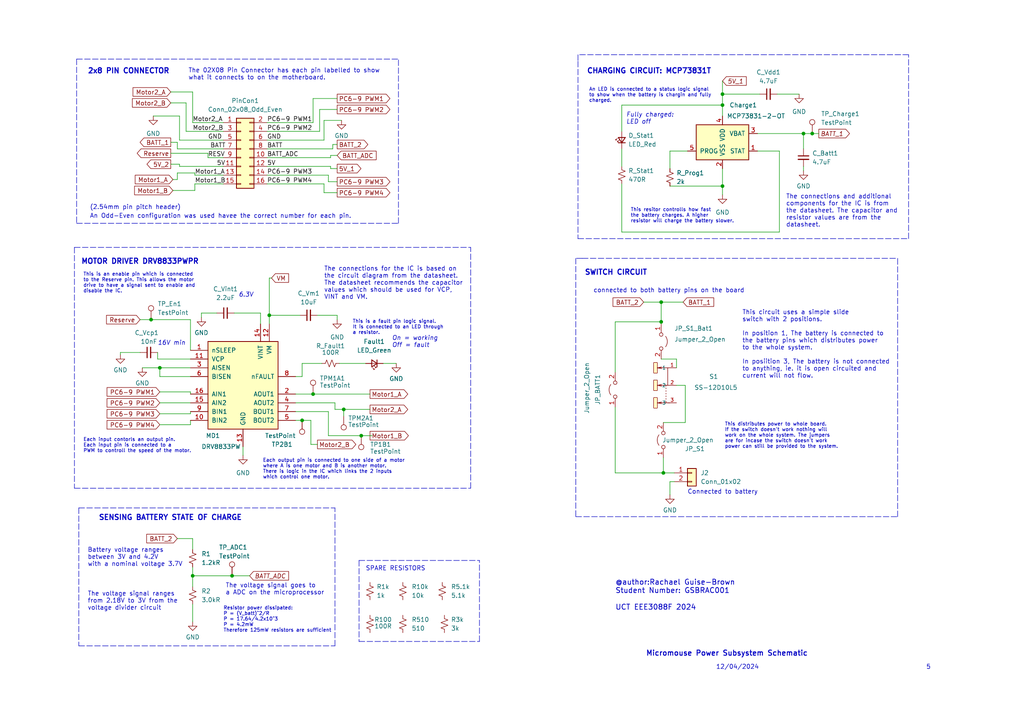
<source format=kicad_sch>
(kicad_sch (version 20211123) (generator eeschema)
  (paper "A4")
  (lib_symbols
    (symbol "Battery_Management:MCP73831-2-OT" (pin_names (offset 1.016))
      (property "Reference" "U" (at -7.62 6.35 0))
      (property "Value" "MCP73831-2-OT" (at 1.27 6.35 0))
      (symbol "MCP73831-2-OT_0_1"
        (rectangle (start -7.62 5.08) (end 7.62 -5.08) (stroke (width 0.254)) (fill (type background)))
      )
      (symbol "MCP73831-2-OT_1_1"
        (pin output line (at 10.16 -2.54 180) (length 2.54) (name "STAT") (number "1"))
        (pin power_in line (at 0 -7.62 90) (length 2.54) (name "VSS") (number "2"))
        (pin power_out line (at 10.16 2.54 180) (length 2.54) (name "VBAT") (number "3"))
        (pin power_in line (at 0 7.62 270) (length 2.54) (name "VDD") (number "4"))
        (pin input line (at -10.16 -2.54 0) (length 2.54) (name "PROG") (number "5"))
      )
    )
    (symbol "Connector:TestPoint" (pin_numbers hide) (pin_names (offset 0.762) hide)
      (property "Reference" "TP" (at 0 6.858 0))
      (property "Value" "TestPoint" (at 0 5.08 0))
      (symbol "TestPoint_0_1"
        (circle (center 0 3.302) (radius 0.762))
      )
      (symbol "TestPoint_1_1"
        (pin passive line (at 0 0 90) (length 2.54) (name "1") (number "1"))
      )
    )
    (symbol "Connector_Generic:Conn_01x02" (pin_names (offset 1.016) hide)
      (property "Reference" "J" (at 0 2.54 0))
      (property "Value" "Conn_01x02" (at 0 -5.08 0))
      (symbol "Conn_01x02_1_1"
        (rectangle (start -1.27 -2.413) (end 0 -2.667) (stroke (width 0.1524)))
        (rectangle (start -1.27 0.127) (end 0 -0.127) (stroke (width 0.1524)))
        (rectangle (start -1.27 1.27) (end 1.27 -3.81) (stroke (width 0.254)) (fill (type background)))
        (pin passive line (at -5.08 0 0) (length 3.81) (name "Pin_1") (number "1"))
        (pin passive line (at -5.08 -2.54 0) (length 3.81) (name "Pin_2") (number "2"))
      )
    )
    (symbol "Connector_Generic:Conn_02x08_Odd_Even" (pin_names (offset 1.016) hide)
      (property "Reference" "J" (at 1.27 10.16 0))
      (property "Value" "Conn_02x08_Odd_Even" (at 1.27 -12.7 0))
      (symbol "Conn_02x08_Odd_Even_1_1"
        (rectangle (start -1.27 -10.033) (end 0 -10.287) (stroke (width 0.1524)))
        (rectangle (start -1.27 -7.493) (end 0 -7.747) (stroke (width 0.1524)))
        (rectangle (start -1.27 -4.953) (end 0 -5.207) (stroke (width 0.1524)))
        (rectangle (start -1.27 -2.413) (end 0 -2.667) (stroke (width 0.1524)))
        (rectangle (start -1.27 0.127) (end 0 -0.127) (stroke (width 0.1524)))
        (rectangle (start -1.27 2.667) (end 0 2.413) (stroke (width 0.1524)))
        (rectangle (start -1.27 5.207) (end 0 4.953) (stroke (width 0.1524)))
        (rectangle (start -1.27 7.747) (end 0 7.493) (stroke (width 0.1524)))
        (rectangle (start -1.27 8.89) (end 3.81 -11.43) (stroke (width 0.254)) (fill (type background)))
        (rectangle (start 3.81 -10.033) (end 2.54 -10.287) (stroke (width 0.1524)))
        (rectangle (start 3.81 -7.493) (end 2.54 -7.747) (stroke (width 0.1524)))
        (rectangle (start 3.81 -4.953) (end 2.54 -5.207) (stroke (width 0.1524)))
        (rectangle (start 3.81 -2.413) (end 2.54 -2.667) (stroke (width 0.1524)))
        (rectangle (start 3.81 0.127) (end 2.54 -0.127) (stroke (width 0.1524)))
        (rectangle (start 3.81 2.667) (end 2.54 2.413) (stroke (width 0.1524)))
        (rectangle (start 3.81 5.207) (end 2.54 4.953) (stroke (width 0.1524)))
        (rectangle (start 3.81 7.747) (end 2.54 7.493) (stroke (width 0.1524)))
        (pin passive line (at -5.08 7.62 0) (length 3.81) (name "Pin_1") (number "1"))
        (pin passive line (at 7.62 -2.54 180) (length 3.81) (name "Pin_10") (number "10"))
        (pin passive line (at -5.08 -5.08 0) (length 3.81) (name "Pin_11") (number "11"))
        (pin passive line (at 7.62 -5.08 180) (length 3.81) (name "Pin_12") (number "12"))
        (pin passive line (at -5.08 -7.62 0) (length 3.81) (name "Pin_13") (number "13"))
        (pin passive line (at 7.62 -7.62 180) (length 3.81) (name "Pin_14") (number "14"))
        (pin passive line (at -5.08 -10.16 0) (length 3.81) (name "Pin_15") (number "15"))
        (pin passive line (at 7.62 -10.16 180) (length 3.81) (name "Pin_16") (number "16"))
        (pin passive line (at 7.62 7.62 180) (length 3.81) (name "Pin_2") (number "2"))
        (pin passive line (at -5.08 5.08 0) (length 3.81) (name "Pin_3") (number "3"))
        (pin passive line (at 7.62 5.08 180) (length 3.81) (name "Pin_4") (number "4"))
        (pin passive line (at -5.08 2.54 0) (length 3.81) (name "Pin_5") (number "5"))
        (pin passive line (at 7.62 2.54 180) (length 3.81) (name "Pin_6") (number "6"))
        (pin passive line (at -5.08 0 0) (length 3.81) (name "Pin_7") (number "7"))
        (pin passive line (at 7.62 0 180) (length 3.81) (name "Pin_8") (number "8"))
        (pin passive line (at -5.08 -2.54 0) (length 3.81) (name "Pin_9") (number "9"))
      )
    )
    (symbol "Device:C_Small" (pin_numbers hide) (pin_names (offset 0.254) hide)
      (property "Reference" "C" (at 0.254 1.778 0))
      (property "Value" "C_Small" (at 0.254 -2.032 0))
      (symbol "C_Small_0_1"
        (polyline (pts (xy -1.524 -0.508) (xy 1.524 -0.508)) (stroke (width 0.3302)))
        (polyline (pts (xy -1.524 0.508) (xy 1.524 0.508)) (stroke (width 0.3048)))
      )
      (symbol "C_Small_1_1"
        (pin passive line (at 0 2.54 270) (length 2.032) (name "~") (number "1"))
        (pin passive line (at 0 -2.54 90) (length 2.032) (name "~") (number "2"))
      )
    )
    (symbol "Device:LED_Small" (pin_numbers hide) (pin_names (offset 0.254) hide)
      (property "Reference" "D" (at -1.27 3.175 0))
      (property "Value" "LED_Small" (at -4.445 -2.54 0))
      (symbol "LED_Small_0_1"
        (polyline (pts (xy -0.762 -1.016) (xy -0.762 1.016)) (stroke (width 0.254)))
        (polyline (pts (xy 1.016 0) (xy -0.762 0)))
        (polyline (pts (xy 0.762 -1.016) (xy -0.762 0) (xy 0.762 1.016) (xy 0.762 -1.016)) (stroke (width 0.254)))
        (polyline (pts (xy 0 0.762) (xy -0.508 1.27) (xy -0.254 1.27) (xy -0.508 1.27) (xy -0.508 1.016)))
        (polyline (pts (xy 0.508 1.27) (xy 0 1.778) (xy 0.254 1.778) (xy 0 1.778) (xy 0 1.524)))
      )
      (symbol "LED_Small_1_1"
        (pin passive line (at -2.54 0 0) (length 1.778) (name "K") (number "1"))
        (pin passive line (at 2.54 0 180) (length 1.778) (name "A") (number "2"))
      )
    )
    (symbol "Device:R_Small_US" (pin_numbers hide) (pin_names (offset 0.254) hide)
      (property "Reference" "R" (at 0.762 0.508 0))
      (property "Value" "R_Small_US" (at 0.762 -1.016 0))
      (symbol "R_Small_US_1_1"
        (polyline (pts (xy 0 0) (xy 1.016 -0.381) (xy 0 -0.762) (xy -1.016 -1.143) (xy 0 -1.524)))
        (polyline (pts (xy 0 1.524) (xy 1.016 1.143) (xy 0 0.762) (xy -1.016 0.381) (xy 0 0)))
        (pin passive line (at 0 2.54 270) (length 1.016) (name "~") (number "1"))
        (pin passive line (at 0 -2.54 90) (length 1.016) (name "~") (number "2"))
      )
    )
    (symbol "Driver_Motor:DRV8833PW" (pin_names (offset 1.016))
      (property "Reference" "U" (at -3.81 16.51 0))
      (property "Value" "DRV8833PW" (at -3.81 13.97 0))
      (symbol "DRV8833PW_0_1"
        (rectangle (start -10.16 12.7) (end 10.16 -12.7) (stroke (width 0.254)) (fill (type background)))
      )
      (symbol "DRV8833PW_1_1"
        (pin input line (at -15.24 10.16 0) (length 5.08) (name "nSLEEP") (number "1"))
        (pin input line (at -15.24 -10.16 0) (length 5.08) (name "BIN2") (number "10"))
        (pin bidirectional line (at -15.24 7.62 0) (length 5.08) (name "VCP") (number "11"))
        (pin power_in line (at 7.62 17.78 270) (length 5.08) (name "VM") (number "12"))
        (pin power_in line (at 0 -17.78 90) (length 5.08) (name "GND") (number "13"))
        (pin power_in line (at 5.08 17.78 270) (length 5.08) (name "VINT") (number "14"))
        (pin input line (at -15.24 -5.08 0) (length 5.08) (name "AIN2") (number "15"))
        (pin input line (at -15.24 -2.54 0) (length 5.08) (name "AIN1") (number "16"))
        (pin power_out line (at 15.24 -2.54 180) (length 5.08) (name "AOUT1") (number "2"))
        (pin bidirectional line (at -15.24 5.08 0) (length 5.08) (name "AISEN") (number "3"))
        (pin power_out line (at 15.24 -5.08 180) (length 5.08) (name "AOUT2") (number "4"))
        (pin power_out line (at 15.24 -10.16 180) (length 5.08) (name "BOUT2") (number "5"))
        (pin bidirectional line (at -15.24 2.54 0) (length 5.08) (name "BISEN") (number "6"))
        (pin power_out line (at 15.24 -7.62 180) (length 5.08) (name "BOUT1") (number "7"))
        (pin open_collector line (at 15.24 2.54 180) (length 5.08) (name "nFAULT") (number "8"))
        (pin input line (at -15.24 -7.62 0) (length 5.08) (name "BIN1") (number "9"))
      )
    )
    (symbol "Jumper:Jumper_2_Open" (pin_names (offset 0) hide)
      (property "Reference" "JP" (at 0 2.794 0))
      (property "Value" "Jumper_2_Open" (at 0 -2.286 0))
      (symbol "Jumper_2_Open_0_0"
        (circle (center -2.032 0) (radius 0.508))
        (circle (center 2.032 0) (radius 0.508))
      )
      (symbol "Jumper_2_Open_0_1"
        (arc (start 1.524 1.27) (mid 0 1.778) (end -1.524 1.27))
      )
      (symbol "Jumper_2_Open_1_1"
        (pin passive line (at -5.08 0 0) (length 2.54) (name "A") (number "1"))
        (pin passive line (at 5.08 0 180) (length 2.54) (name "B") (number "2"))
      )
    )
    (symbol "SS-12D10L5:SS-12D10L5"
      (property "Reference" "U" (at 0 1.27 0))
      (property "Value" "SS-12D10L5" (at 0 -2.54 0))
      (symbol "SS-12D10L5_0_1"
        (rectangle (start -6.604 -3.048) (end -3.556 -4.064) (fill (type background)))
        (rectangle (start -1.524 -3.048) (end 1.524 -4.064) (fill (type background)))
        (polyline (pts (xy -5.08 -3.048) (xy -5.334 -1.778)))
        (polyline (pts (xy -5.08 -3.048) (xy -4.826 -1.778)))
        (polyline (pts (xy 0 -3.048) (xy -0.254 -1.778)))
        (polyline (pts (xy 0 -3.048) (xy 0.254 -1.778)))
        (polyline (pts (xy 0 0) (xy 0 -1.27)))
        (polyline (pts (xy 0.762 -0.508) (xy 1.016 -0.508)))
        (polyline (pts (xy 1.524 -0.508) (xy 1.778 -0.508)))
        (polyline (pts (xy 2.286 -0.508) (xy 2.54 -0.508)))
        (polyline (pts (xy 3.048 -0.508) (xy 3.302 -0.508)))
        (polyline (pts (xy 3.81 -0.508) (xy 4.064 -0.508)))
        (polyline (pts (xy 4.572 -0.508) (xy 4.826 -0.508)))
        (polyline (pts (xy 5.08 -3.048) (xy 4.826 -1.778)))
        (polyline (pts (xy 5.08 -3.048) (xy 5.334 -1.778)))
        (polyline (pts (xy 5.08 0.635) (xy 5.08 -0.635)))
        (polyline (pts (xy 0 -2.54) (xy 0 -0.508) (xy 0.254 -0.508)))
        (polyline (pts (xy 4.826 -0.508) (xy 5.08 -0.508) (xy 5.08 -2.54)))
        (polyline (pts (xy -5.08 -3.048) (xy -5.08 0) (xy -2.54 0) (xy 0 0)))
        (rectangle (start 3.556 -3.048) (end 6.604 -4.064) (fill (type background)))
        (pin unspecified line (at -5.08 2.54 270) (length 2.54) (name "1") (number "1"))
        (pin unspecified line (at 0 2.54 270) (length 2.54) (name "2") (number "2"))
        (pin unspecified line (at 5.08 2.54 270) (length 2.54) (name "3") (number "3"))
      )
    )
    (symbol "power:GND" (power) (pin_names (offset 0))
      (property "Value" "GND" (at 0 -3.81 0))
      (symbol "GND_0_1"
        (polyline (pts (xy 0 0) (xy 0 -1.27) (xy 1.27 -1.27) (xy 0 -2.54) (xy -1.27 -1.27) (xy 0 -1.27)))
      )
      (symbol "GND_1_1"
        (pin power_in line (at 0 0 270) (length 0) hide (name "GND") (number "1"))
      )
    )
  )
  (junction (at 192.405 137.16))
  (junction (at 209.55 53.975))
  (junction (at 46.355 106.68))
  (junction (at 67.31 167.005))
  (junction (at 104.775 126.365))
  (junction (at 43.815 92.71))
  (junction (at 87.63 121.92))
  (junction (at 191.77 93.345))
  (junction (at 233.045 38.735))
  (junction (at 90.805 114.3))
  (junction (at 55.88 167.005))
  (junction (at 209.55 30.48))
  (junction (at 191.77 87.63))
  (junction (at 209.55 27.305))
  (junction (at 235.585 38.735))
  (junction (at 78.105 91.44))
  (junction (at 99.695 118.745))
  (wire (pts (xy 56.515 53.34) (xy 64.77 53.34)))
  (wire (pts (xy 194.31 139.7) (xy 195.58 139.7)))
  (wire (pts (xy 97.155 118.745) (xy 99.695 118.745)))
  (wire (pts (xy 209.55 48.895) (xy 209.55 53.975)))
  (polyline (pts (xy 167.005 74.93) (xy 167.005 149.86)))
  (wire (pts (xy 209.55 23.495) (xy 209.55 27.305)))
  (wire (pts (xy 53.975 29.845) (xy 49.53 29.845)))
  (wire (pts (xy 55.245 92.71) (xy 43.815 92.71)))
  (wire (pts (xy 87.63 105.41) (xy 87.63 109.22)))
  (wire (pts (xy 95.25 52.705) (xy 97.79 52.705)))
  (wire (pts (xy 55.88 175.26) (xy 55.88 180.34)))
  (wire (pts (xy 51.435 43.18) (xy 64.77 43.18)))
  (wire (pts (xy 92.71 31.75) (xy 97.79 31.75)))
  (polyline (pts (xy 22.86 187.325) (xy 97.155 187.325)))
  (wire (pts (xy 55.88 156.21) (xy 51.435 156.21)))
  (wire (pts (xy 50.165 55.245) (xy 56.515 55.245)))
  (wire (pts (xy 194.31 143.51) (xy 194.31 139.7)))
  (wire (pts (xy 55.88 26.67) (xy 55.88 35.56)))
  (wire (pts (xy 99.695 118.745) (xy 99.695 120.65)))
  (polyline (pts (xy 168.91 74.93) (xy 167.005 74.93)))
  (wire (pts (xy 55.245 109.22) (xy 46.355 109.22)))
  (wire (pts (xy 77.47 40.64) (xy 93.98 40.64)))
  (wire (pts (xy 78.105 91.44) (xy 78.105 93.98)))
  (wire (pts (xy 233.045 43.18) (xy 233.045 38.735)))
  (wire (pts (xy 53.975 38.1) (xy 53.975 29.845)))
  (wire (pts (xy 85.725 114.3) (xy 90.805 114.3)))
  (wire (pts (xy 209.55 30.48) (xy 209.55 33.655)))
  (wire (pts (xy 90.17 128.905) (xy 92.075 128.905)))
  (wire (pts (xy 87.63 121.92) (xy 90.17 121.92)))
  (wire (pts (xy 192.405 132.715) (xy 192.405 137.16)))
  (wire (pts (xy 194.31 53.975) (xy 209.55 53.975)))
  (polyline (pts (xy 167.64 69.215) (xy 263.525 69.215)))
  (wire (pts (xy 46.355 120.015) (xy 55.245 120.015)))
  (wire (pts (xy 77.47 53.34) (xy 93.98 53.34)))
  (wire (pts (xy 87.63 109.22) (xy 85.725 109.22)))
  (wire (pts (xy 93.98 53.34) (xy 93.98 55.88)))
  (wire (pts (xy 95.885 48.26) (xy 95.885 48.895)))
  (wire (pts (xy 51.435 43.18) (xy 51.435 41.275)))
  (wire (pts (xy 219.71 43.815) (xy 226.06 43.815)))
  (wire (pts (xy 93.98 34.925) (xy 99.06 34.925)))
  (wire (pts (xy 56.515 53.34) (xy 56.515 55.245)))
  (wire (pts (xy 34.925 102.235) (xy 34.925 102.87)))
  (wire (pts (xy 235.585 38.735) (xy 237.49 38.735)))
  (wire (pts (xy 180.34 38.1) (xy 180.34 30.48)))
  (wire (pts (xy 78.105 91.44) (xy 78.105 80.645)))
  (wire (pts (xy 85.725 116.84) (xy 97.155 116.84)))
  (wire (pts (xy 95.25 126.365) (xy 95.25 119.38)))
  (wire (pts (xy 58.42 90.805) (xy 58.42 92.075)))
  (polyline (pts (xy 22.225 17.145) (xy 22.225 64.77)))
  (wire (pts (xy 41.275 106.68) (xy 46.355 106.68)))
  (polyline (pts (xy 263.525 69.215) (xy 263.525 15.875)))
  (wire (pts (xy 93.98 40.64) (xy 93.98 34.925)))
  (wire (pts (xy 78.105 91.44) (xy 86.995 91.44)))
  (wire (pts (xy 56.515 50.8) (xy 64.77 50.8)))
  (wire (pts (xy 226.06 43.815) (xy 226.06 67.31)))
  (polyline (pts (xy 22.225 17.145) (xy 115.57 17.145)))
  (wire (pts (xy 198.755 111.76) (xy 198.755 122.555)))
  (wire (pts (xy 55.88 167.005) (xy 67.31 167.005)))
  (wire (pts (xy 55.88 167.005) (xy 55.88 170.18)))
  (wire (pts (xy 75.565 93.98) (xy 75.565 90.805)))
  (wire (pts (xy 40.64 102.235) (xy 34.925 102.235)))
  (wire (pts (xy 99.695 118.745) (xy 107.315 118.745)))
  (wire (pts (xy 55.88 26.67) (xy 49.53 26.67)))
  (wire (pts (xy 233.045 38.735) (xy 235.585 38.735)))
  (wire (pts (xy 46.355 106.68) (xy 46.355 109.22)))
  (wire (pts (xy 77.47 48.26) (xy 95.885 48.26)))
  (wire (pts (xy 191.77 87.63) (xy 191.77 93.345)))
  (wire (pts (xy 226.06 67.31) (xy 180.34 67.31)))
  (polyline (pts (xy 167.64 15.875) (xy 167.64 17.78)))
  (wire (pts (xy 192.405 137.16) (xy 195.58 137.16)))
  (wire (pts (xy 186.69 87.63) (xy 191.77 87.63)))
  (wire (pts (xy 45.72 104.14) (xy 45.72 102.235)))
  (wire (pts (xy 55.245 104.14) (xy 45.72 104.14)))
  (wire (pts (xy 196.215 104.14) (xy 196.215 106.68)))
  (wire (pts (xy 178.435 93.345) (xy 191.77 93.345)))
  (wire (pts (xy 56.515 50.165) (xy 51.435 50.165)))
  (polyline (pts (xy 167.005 149.86) (xy 260.35 149.86)))
  (wire (pts (xy 55.88 164.465) (xy 55.88 167.005)))
  (polyline (pts (xy 22.86 147.32) (xy 97.155 147.32)))
  (wire (pts (xy 52.07 48.26) (xy 64.77 48.26)))
  (wire (pts (xy 90.805 35.56) (xy 90.805 28.575)))
  (wire (pts (xy 95.885 45.72) (xy 95.885 45.085)))
  (wire (pts (xy 78.105 80.645) (xy 78.74 80.645)))
  (wire (pts (xy 198.755 111.76) (xy 196.215 111.76)))
  (wire (pts (xy 52.07 48.26) (xy 52.07 47.625)))
  (polyline (pts (xy 21.59 71.755) (xy 21.59 141.605)))
  (wire (pts (xy 46.355 106.68) (xy 55.245 106.68)))
  (wire (pts (xy 178.435 137.16) (xy 192.405 137.16)))
  (wire (pts (xy 52.07 33.655) (xy 44.45 33.655)))
  (wire (pts (xy 46.355 116.84) (xy 55.245 116.84)))
  (wire (pts (xy 77.47 45.72) (xy 95.885 45.72)))
  (wire (pts (xy 219.71 38.735) (xy 233.045 38.735)))
  (wire (pts (xy 75.565 90.805) (xy 67.945 90.805)))
  (wire (pts (xy 51.435 52.07) (xy 50.165 52.07)))
  (wire (pts (xy 90.805 114.3) (xy 107.315 114.3)))
  (wire (pts (xy 67.31 167.005) (xy 72.39 167.005)))
  (wire (pts (xy 180.34 30.48) (xy 209.55 30.48)))
  (wire (pts (xy 180.34 43.18) (xy 180.34 48.26)))
  (wire (pts (xy 55.88 35.56) (xy 64.77 35.56)))
  (wire (pts (xy 77.47 43.18) (xy 96.52 43.18)))
  (wire (pts (xy 209.55 27.305) (xy 220.345 27.305)))
  (wire (pts (xy 90.805 28.575) (xy 97.79 28.575)))
  (wire (pts (xy 194.31 43.815) (xy 194.31 48.895)))
  (wire (pts (xy 180.34 67.31) (xy 180.34 53.34)))
  (wire (pts (xy 43.815 92.71) (xy 40.64 92.71)))
  (wire (pts (xy 60.325 44.45) (xy 60.325 45.72)))
  (wire (pts (xy 46.355 123.19) (xy 55.245 123.19)))
  (wire (pts (xy 111.125 105.41) (xy 114.935 105.41)))
  (wire (pts (xy 97.79 91.44) (xy 97.79 92.71)))
  (wire (pts (xy 46.355 113.665) (xy 55.245 113.665)))
  (wire (pts (xy 60.325 45.72) (xy 64.77 45.72)))
  (wire (pts (xy 233.045 48.26) (xy 233.045 49.53)))
  (wire (pts (xy 96.52 43.18) (xy 96.52 41.91)))
  (wire (pts (xy 209.55 27.305) (xy 209.55 30.48)))
  (wire (pts (xy 225.425 27.305) (xy 231.775 27.305)))
  (wire (pts (xy 51.435 50.165) (xy 51.435 52.07)))
  (wire (pts (xy 55.88 159.385) (xy 55.88 156.21)))
  (wire (pts (xy 191.77 87.63) (xy 198.12 87.63)))
  (wire (pts (xy 191.77 93.345) (xy 191.77 93.98)))
  (wire (pts (xy 55.245 113.665) (xy 55.245 114.3)))
  (polyline (pts (xy 104.14 162.56) (xy 139.065 162.56)))
  (wire (pts (xy 191.77 104.14) (xy 196.215 104.14)))
  (polyline (pts (xy 263.525 15.875) (xy 167.64 15.875)))
  (wire (pts (xy 77.47 50.8) (xy 95.25 50.8)))
  (wire (pts (xy 52.07 47.625) (xy 49.53 47.625)))
  (wire (pts (xy 85.725 121.92) (xy 87.63 121.92)))
  (polyline (pts (xy 21.59 71.755) (xy 136.525 71.755)))
  (wire (pts (xy 96.52 41.91) (xy 97.79 41.91)))
  (wire (pts (xy 104.775 126.365) (xy 107.95 126.365)))
  (wire (pts (xy 53.975 38.1) (xy 64.77 38.1)))
  (polyline (pts (xy 168.91 74.93) (xy 260.35 74.93)))
  (wire (pts (xy 90.17 121.92) (xy 90.17 128.905)))
  (polyline (pts (xy 21.59 141.605) (xy 136.525 141.605)))
  (wire (pts (xy 178.435 118.11) (xy 178.435 137.16)))
  (wire (pts (xy 178.435 107.95) (xy 178.435 93.345)))
  (polyline (pts (xy 115.57 64.77) (xy 115.57 17.145)))
  (wire (pts (xy 95.885 48.895) (xy 97.79 48.895)))
  (wire (pts (xy 77.47 35.56) (xy 90.805 35.56)))
  (polyline (pts (xy 104.14 186.055) (xy 139.065 186.055)))
  (wire (pts (xy 95.25 50.8) (xy 95.25 52.705)))
  (wire (pts (xy 51.435 41.275) (xy 49.53 41.275)))
  (wire (pts (xy 95.885 45.085) (xy 97.79 45.085)))
  (wire (pts (xy 52.07 40.64) (xy 52.07 33.655)))
  (wire (pts (xy 77.47 38.1) (xy 92.71 38.1)))
  (wire (pts (xy 55.245 92.71) (xy 55.245 101.6)))
  (wire (pts (xy 49.53 44.45) (xy 60.325 44.45)))
  (wire (pts (xy 209.55 53.975) (xy 209.55 56.515)))
  (wire (pts (xy 92.075 91.44) (xy 97.79 91.44)))
  (wire (pts (xy 97.155 116.84) (xy 97.155 118.745)))
  (wire (pts (xy 55.245 123.19) (xy 55.245 121.92)))
  (wire (pts (xy 198.755 122.555) (xy 192.405 122.555)))
  (wire (pts (xy 93.98 55.88) (xy 97.79 55.88)))
  (wire (pts (xy 92.71 38.1) (xy 92.71 31.75)))
  (polyline (pts (xy 22.86 147.32) (xy 22.86 187.325)))
  (wire (pts (xy 199.39 43.815) (xy 194.31 43.815)))
  (polyline (pts (xy 22.225 64.77) (xy 115.57 64.77)))
  (polyline (pts (xy 136.525 141.605) (xy 136.525 71.755)))
  (wire (pts (xy 104.775 126.365) (xy 95.25 126.365)))
  (wire (pts (xy 52.07 40.64) (xy 64.77 40.64)))
  (wire (pts (xy 106.045 105.41) (xy 98.425 105.41)))
  (wire (pts (xy 93.345 105.41) (xy 87.63 105.41)))
  (polyline (pts (xy 104.14 162.56) (xy 104.14 186.055)))
  (wire (pts (xy 55.245 120.015) (xy 55.245 119.38)))
  (polyline (pts (xy 167.64 17.78) (xy 167.64 69.215)))
  (polyline (pts (xy 97.155 187.325) (xy 97.155 147.32)))
  (polyline (pts (xy 260.35 149.86) (xy 260.35 74.93)))
  (wire (pts (xy 95.25 119.38) (xy 85.725 119.38)))
  (polyline (pts (xy 139.065 186.055) (xy 139.065 162.56)))
  (wire (pts (xy 62.865 90.805) (xy 58.42 90.805)))
  (wire (pts (xy 56.515 50.165) (xy 56.515 50.8)))
  (wire (pts (xy 70.485 129.54) (xy 70.485 132.08)))
  (text "Connected to battery\n" (at 199.39 143.51 0) (effects (font (size 1.27 1.27)) (justify left bottom)))
  (text "An LED is connected to a status logic signal \nto show when the battery is chargin and fully \ncharged." (at 170.815 29.845 0) (effects (font (size 1 1)) (justify left bottom)))
  (text "12/04/2024" (at 207.645 194.31 0) (effects (font (size 1.27 1.27)) (justify left bottom)))
  (text "The connections and additional \ncomponents for the IC is from \nthe datasheet. The capacitor and \nresistor values are from the \ndatasheet." (at 227.965 66.04 0) (effects (font (size 1.27 1.27)) (justify left bottom)))
  (text "This is a fault pin logic signal. \nIt is connected to an LED through \na resistor." (at 102.235 97.155 0) (effects (font (size 1 1)) (justify left bottom)))
  (text "The 02X08 Pin Connector has each pin labelled to show \nwhat it connects to on the motherboard. \n\n" (at 54.61 25.4 0) (effects (font (size 1.27 1.27)) (justify left bottom)))
  (text "SENSING BATTERY STATE OF CHARGE" (at 28.575 151.13 0) (effects (font (size 1.5 1.5) (thickness 0.3) bold) (justify left bottom)))
  (text "2x8 PIN CONNECTOR\n" (at 25.4 21.59 0) (effects (font (size 1.5 1.5) (thickness 0.3) bold) (justify left bottom)))
  (text "6.3V\n" (at 69.215 86.36 0) (effects (font (size 1.27 1.27) italic) (justify left bottom)))
  (text "Micromouse Power Subsystem Schematic" (at 187.325 190.5 0) (effects (font (size 1.5 1.5) (thickness 0.254) bold) (justify left bottom)))
  (text "@author:Rachael Guise-Brown \nStudent Number: GSBRAC001\n\nUCT EEE3088F 2024\n" (at 178.435 177.165 0) (effects (font (size 1.5 1.5) (thickness 0.2) bold) (justify left bottom)))
  (text "Fully charged: \nLED off\n" (at 181.61 36.195 0) (effects (font (size 1.27 1.27) italic) (justify left bottom)))
  (text "This circuit uses a simple slide \nswitch with 2 positions.\n\nIn position 1, The battery is connected to \nthe battery pins which distributes power \nto the whole system.\n\nIn posiition 3, The battery is not connected \nto anything, ie. it is open circuited and \ncurrent will not flow." (at 215.265 109.855 0) (effects (font (size 1.27 1.27)) (justify left bottom)))
  (text "This distributes power to whole board. \nIf the switch doesn't work nothing will \nwork on the whole system. The jumpers \nare for incase the switch doesn't work \npower can still be provided to the system." (at 210.185 130.175 0) (effects (font (size 1 1)) (justify left bottom)))
  (text "Each output pin is connected to one side of a motor\nwhere A is one motor and B is another motor.\nThere is logic in the IC which links the 2 inputs \nwhich control one motor.\n" (at 76.2 139.065 0) (effects (font (size 1 1)) (justify left bottom)))
  (text "CHARGING CIRCUIT: MCP73831T" (at 170.18 21.59 0) (effects (font (size 1.5 1.5) (thickness 0.3) bold) (justify left bottom)))
  (text "An Odd-Even configuration was used havee the correct number for each pin." (at 26.035 63.5 0) (effects (font (size 1.27 1.27)) (justify left bottom)))
  (text "Each input contorls an output pin. \nEach input pin is connected to a \nPWM to controll the speed of the motor." (at 24.13 131.445 0) (effects (font (size 1 1)) (justify left bottom)))
  (text "(2.54mm pin pitch header)" (at 26.035 60.96 0) (effects (font (size 1.27 1.27)) (justify left bottom)))
  (text "\n" (at 234.95 53.34 0) (effects (font (size 1.27 1.27)) (justify left bottom)))
  (text "This resitor controlls how fast \nthe battery charges. A higher \nresistor will charge the battery slower." (at 182.88 64.77 0) (effects (font (size 1 1)) (justify left bottom)))
  (text "On = working\nOff = fault\n" (at 113.665 100.965 0) (effects (font (size 1.27 1.27) italic) (justify left bottom)))
  (text "5" (at 268.605 194.31 0) (effects (font (size 1.27 1.27)) (justify left bottom)))
  (text "Resistor power dissipated:\nP = (V_batt)^2/R\nP = 17.64/4.2x10^3\nP = 4.2mW\nTherefore 125mW resistors are sufficient" (at 64.77 183.515 0) (effects (font (size 1 1)) (justify left bottom)))
  (text "Battery voltage ranges \nbetween 3V and 4.2V \nwith a nominal voltage 3.7V" (at 25.4 164.465 0) (effects (font (size 1.27 1.27)) (justify left bottom)))
  (text "This is an enable pin which is connected \nto the Reserve pin. This allows the motor \ndrive to have a signal sent to enable and \ndisable the IC." (at 24.13 85.09 0) (effects (font (size 1 1)) (justify left bottom)))
  (text "connected to both battery pins on the board\n" (at 172.085 85.09 0) (effects (font (size 1.27 1.27)) (justify left bottom)))
  (text "SWITCH CIRCUIT\n" (at 169.545 80.01 0) (effects (font (size 1.5 1.5) (thickness 0.3) bold) (justify left bottom)))
  (text "The voltage signal ranges \nfrom 2.18V to 3V from the \nvoltage divider circuit" (at 25.4 177.165 0) (effects (font (size 1.27 1.27)) (justify left bottom)))
  (text "16V min" (at 45.72 100.33 0) (effects (font (size 1.27 1.27) italic) (justify left bottom)))
  (text "The voltage signal goes to \na ADC on the microprocessor" (at 65.405 172.72 0) (effects (font (size 1.27 1.27)) (justify left bottom)))
  (text "MOTOR DRIVER DRV8833PWPR\n" (at 23.495 76.835 0) (effects (font (size 1.5 1.5) (thickness 0.3) bold) (justify left bottom)))
  (text "The connections for the IC is based on \nthe circuit diagram from the datasheet. \nThe datasheet recommends the capacitor \nvalues which should be used for VCP, \nVINT and VM.\n" (at 93.98 86.995 0) (effects (font (size 1.27 1.27)) (justify left bottom)))
  (text "SPARE RESISTORS" (at 106.045 165.735 0) (effects (font (size 1.27 1.27)) (justify left bottom)))
  (label "PC6-9 PWM3" (at 77.47 50.8 0))
  (label "5V" (at 62.865 48.26 0))
  (label "BATT" (at 77.47 43.18 0))
  (label "BATT_ADC" (at 77.47 45.72 0))
  (label "PC6-9 PWM1" (at 77.47 35.56 0))
  (label "5V" (at 77.47 48.26 0))
  (label "Motor1_B" (at 56.515 53.34 0))
  (label "Motor1_A" (at 56.515 50.8 0))
  (label "Motor2_A" (at 55.88 35.56 0))
  (label "PC6-9 PWM4" (at 77.47 53.34 0))
  (label "GND" (at 60.325 40.64 0))
  (label "PC6-9 PWM2" (at 77.47 38.1 0))
  (label "Motor2_B" (at 55.88 38.1 0))
  (label "RESV" (at 60.325 45.72 0))
  (label "GND" (at 77.47 40.64 0))
  (label "BATT" (at 60.96 43.18 0))
  (global_label "PC6-9 PWM4" (shape input) (at 46.355 123.19 180) (property "Intersheet References" "${INTERSHEET_REFS}" (effects hide)))
  (global_label "Reserve" (shape output) (at 49.53 44.45 180) (property "Intersheet References" "${INTERSHEET_REFS}" (effects hide)))
  (global_label "BATT_ADC" (shape input) (at 72.39 167.005 0) (effects (font italic)) (property "Intersheet References" "${INTERSHEET_REFS}" (effects hide)))
  (global_label "5V_1" (shape input) (at 209.55 23.495 0) (effects (font italic)) (property "Intersheet References" "${INTERSHEET_REFS}" (effects hide)))
  (global_label "BATT_2" (shape output) (at 97.79 41.91 0) (property "Intersheet References" "${INTERSHEET_REFS}" (effects hide)))
  (global_label "Motor1_A" (shape input) (at 50.165 52.07 180) (property "Intersheet References" "${INTERSHEET_REFS}" (effects hide)))
  (global_label "BATT_2" (shape input) (at 186.69 87.63 180) (property "Intersheet References" "${INTERSHEET_REFS}" (effects hide)))
  (global_label "PC6-9 PWM1" (shape output) (at 97.79 28.575 0) (property "Intersheet References" "${INTERSHEET_REFS}" (effects hide)))
  (global_label "BATT_2" (shape input) (at 51.435 156.21 180) (property "Intersheet References" "${INTERSHEET_REFS}" (effects hide)))
  (global_label "5V_1" (shape output) (at 97.79 48.895 0) (property "Intersheet References" "${INTERSHEET_REFS}" (effects hide)))
  (global_label "Motor1_A" (shape output) (at 107.315 114.3 0) (property "Intersheet References" "${INTERSHEET_REFS}" (effects hide)))
  (global_label "Motor2_B" (shape output) (at 92.075 128.905 0) (property "Intersheet References" "${INTERSHEET_REFS}" (effects hide)))
  (global_label "Motor1_B" (shape input) (at 50.165 55.245 180) (property "Intersheet References" "${INTERSHEET_REFS}" (effects hide)))
  (global_label "PC6-9 PWM4" (shape output) (at 97.79 55.88 0) (property "Intersheet References" "${INTERSHEET_REFS}" (effects hide)))
  (global_label "PC6-9 PWM1" (shape input) (at 46.355 113.665 180) (property "Intersheet References" "${INTERSHEET_REFS}" (effects hide)))
  (global_label "Motor2_A" (shape input) (at 49.53 26.67 180) (property "Intersheet References" "${INTERSHEET_REFS}" (effects hide)))
  (global_label "BATT_ADC" (shape input) (at 97.79 45.085 0) (property "Intersheet References" "${INTERSHEET_REFS}" (effects hide)))
  (global_label "BATT_1" (shape input) (at 198.12 87.63 0) (property "Intersheet References" "${INTERSHEET_REFS}" (effects hide)))
  (global_label "PC6-9 PWM3" (shape output) (at 97.79 52.705 0) (property "Intersheet References" "${INTERSHEET_REFS}" (effects hide)))
  (global_label "Motor1_B" (shape output) (at 107.315 126.365 0) (property "Intersheet References" "${INTERSHEET_REFS}" (effects hide)))
  (global_label "Reserve" (shape input) (at 40.64 92.71 180) (property "Intersheet References" "${INTERSHEET_REFS}" (effects hide)))
  (global_label "5V_2" (shape output) (at 49.53 47.625 180) (property "Intersheet References" "${INTERSHEET_REFS}" (effects hide)))
  (global_label "BATT_1" (shape output) (at 237.49 38.735 0) (effects (font italic)) (property "Intersheet References" "${INTERSHEET_REFS}" (effects hide)))
  (global_label "PC6-9 PWM3" (shape input) (at 46.355 120.015 180) (property "Intersheet References" "${INTERSHEET_REFS}" (effects hide)))
  (global_label "BATT_1" (shape output) (at 49.53 41.275 180) (property "Intersheet References" "${INTERSHEET_REFS}" (effects hide)))
  (global_label "Motor2_A" (shape output) (at 107.315 118.745 0) (property "Intersheet References" "${INTERSHEET_REFS}" (effects hide)))
  (global_label "PC6-9 PWM2" (shape output) (at 97.79 31.75 0) (property "Intersheet References" "${INTERSHEET_REFS}" (effects hide)))
  (global_label "Motor2_B" (shape input) (at 49.53 29.845 180) (property "Intersheet References" "${INTERSHEET_REFS}" (effects hide)))
  (global_label "VM" (shape input) (at 78.74 80.645 0) (property "Intersheet References" "${INTERSHEET_REFS}" (effects hide)))
  (global_label "PC6-9 PWM2" (shape input) (at 46.355 116.84 180) (property "Intersheet References" "${INTERSHEET_REFS}" (effects hide)))
  (symbol (lib_id "Device:R_Small_US") (at 55.88 161.925 0) (unit 1)
    (property "Reference" "R1" (at 58.42 160.6549 0) (effects (justify left)))
    (property "Value" "1.2kR" (at 58.42 163.1949 0) (effects (justify left)))
    (property "Footprint" "Resistor_SMD:R_0805_2012Metric" (effects hide))
    (property "Datasheet" "https://wmsc.lcsc.com/wmsc/upload/file/pdf/v2/lcsc/2206010216_UNI-ROYAL-Uniroyal-Elec-0805W8F1201T5E_C17379.pdf" (effects hide))
    (property "LCSC" " C17379" (effects hide))
    (property "Extended" "0" (effects hide))
    (property "Price" "0.0017" (effects hide))
    (property "Populate" "1" (effects hide))
  )
  (symbol (lib_id "power:GND") (at 114.935 105.41 0) (unit 1)
    (property "Reference" "#PWR0111" (effects hide))
    (property "Value" "GND" (at 114.935 109.855 0))
  )
  (symbol (lib_id "Connector_Generic:Conn_02x08_Odd_Even") (at 69.85 43.18 0) (unit 1) (in_bom no)
    (property "Reference" "PinCon1" (at 71.12 29.21 0))
    (property "Value" "Conn_02x08_Odd_Even" (at 71.12 31.75 0))
    (property "Footprint" "Connector_PinSocket_2.54mm:PinSocket_2x08_P2.54mm_Vertical" (effects hide))
    (property "Populate" "0" (effects hide))
  )
  (symbol (lib_id "power:GND") (at 97.79 92.71 0) (unit 1)
    (property "Reference" "#PWR0110" (effects hide))
    (property "Value" "GND" (at 97.79 97.79 0))
  )
  (symbol (lib_id "Device:C_Small") (at 89.535 91.44 90) (unit 1)
    (property "Reference" "C_Vm1" (at 89.5413 85.09 90))
    (property "Value" "10uF" (at 89.5413 87.63 90))
    (property "Footprint" "Capacitor_SMD:C_0603_1608Metric" (effects hide))
    (property "Datasheet" "https://wmsc.lcsc.com/wmsc/upload/file/pdf/v2/lcsc/2304140030_Samsung-Electro-Mechanics-CL10A106KP8NNNC_C19702.pdf" (effects hide))
    (property "LCSC" "C19702" (effects hide))
    (property "Extended" "0" (effects hide))
    (property "Price" "0.0055" (effects hide))
    (property "Populate" "1" (effects hide))
  )
  (symbol (lib_id "Jumper:Jumper_2_Open") (at 178.435 113.03 90) (unit 1)
    (property "Reference" "JP_BATT1" (at 173.355 117.475 0) (effects (justify left)))
    (property "Value" "Jumper_2_Open" (at 170.18 120.015 0) (effects (justify left)))
    (property "Footprint" "Jumper:SolderJumper-2_P1.3mm_Open_Pad1.0x1.5mm" (effects hide))
  )
  (symbol (lib_id "Battery_Management:MCP73831-2-OT") (at 209.55 41.275 0) (unit 1)
    (property "Reference" "Charge1" (at 211.5694 30.48 0) (effects (justify left)))
    (property "Value" "MCP73831-2-OT" (at 210.82 33.655 0) (effects (justify left)))
    (property "Footprint" "Package_TO_SOT_SMD:SOT-23-5" (effects hide))
    (property "Datasheet" "http://ww1.microchip.com/downloads/en/DeviceDoc/20001984g.pdf" (effects hide))
    (property "LCSC" "C424093" (effects hide))
    (property "Extended" "1" (effects hide))
    (property "Price" "0.7064" (effects hide))
    (property "Populate" "1" (effects hide))
  )
  (symbol (lib_id "Device:R_Small_US") (at 55.88 172.72 180) (unit 1)
    (property "Reference" "R2" (at 58.42 171.4499 0) (effects (justify right)))
    (property "Value" "3.0kR" (at 58.42 173.9899 0) (effects (justify right)))
    (property "Footprint" "Resistor_SMD:R_0805_2012Metric" (effects hide))
    (property "Datasheet" "https://wmsc.lcsc.com/wmsc/upload/file/pdf/v2/lcsc/2206010200_UNI-ROYAL-Uniroyal-Elec-0805W8F3001T5E_C17661.pdf" (effects hide))
    (property "LCSC" "C17661" (effects hide))
    (property "Extended" "0" (effects hide))
    (property "Price" "0.0016" (effects hide))
    (property "Populate" "1" (effects hide))
  )
  (symbol (lib_id "Device:LED_Small") (at 108.585 105.41 180) (unit 1)
    (property "Reference" "Fault1" (at 108.5215 99.06 0))
    (property "Value" "LED_Green" (at 108.5215 101.6 0))
    (property "Footprint" "LED_SMD:LED_0805_2012Metric" (effects hide))
    (property "Datasheet" "https://jlcpcb.com/partdetail/18096-0805W8F1000T5E/C17408" (effects hide))
    (property "LCSC" "C2297" (effects hide))
    (property "Extended" "0" (effects hide))
    (property "Price" "0.0132" (effects hide))
    (property "Populate" "1" (effects hide))
  )
  (symbol (lib_id "Device:R_Small_US") (at 180.34 50.8 0) (unit 1)
    (property "Reference" "R_Stat1" (at 182.245 49.5299 0) (effects (justify left)))
    (property "Value" "470R" (at 182.245 52.0699 0) (effects (justify left)))
    (property "Footprint" "Resistor_SMD:R_0805_2012Metric" (effects hide))
    (property "Datasheet" "https://wmsc.lcsc.com/wmsc/upload/file/pdf/v2/lcsc/2206010200_UNI-ROYAL-Uniroyal-Elec-0805W8F4700T5E_C17710.pdf" (effects hide))
    (property "LCSC" "C17710" (effects hide))
    (property "Extended" "0" (effects hide))
    (property "Price" "0.0017" (effects hide))
    (property "Populate" "1" (effects hide))
  )
  (symbol (lib_id "SS-12D10L5:SS-12D10L5") (at 193.675 111.76 270) (unit 1)
    (property "Reference" "S1" (at 207.01 109.22 90))
    (property "Value" "SS-12D10L5" (at 207.645 112.395 90))
    (property "Footprint" "SS-12D10L5:SW-TH_SS-12D10L5" (effects hide))
    (property "Datasheet" "https://item.szlcsc.com/300106.html" (effects hide))
    (property "LCSC" "C319012" (effects hide))
  )
  (symbol (lib_id "Connector:TestPoint") (at 87.63 121.92 180) (unit 1)
    (property "Reference" "TP2B1" (at 78.74 128.905 0) (effects (justify right)))
    (property "Value" "TestPoint" (at 76.835 126.365 0) (effects (justify right)))
    (property "Footprint" "TestPoint:TestPoint_Pad_D1.0mm" (effects hide))
  )
  (symbol (lib_id "Connector:TestPoint") (at 99.695 120.65 180) (unit 1)
    (property "Reference" "TPM2A1" (at 100.965 121.285 0) (effects (justify right)))
    (property "Value" "TestPoint" (at 100.965 123.19 0) (effects (justify right)))
    (property "Footprint" "TestPoint:TestPoint_Pad_D1.0mm" (effects hide))
  )
  (symbol (lib_id "Device:R_Small_US") (at 128.27 171.45 0) (unit 1)
    (property "Reference" "R5.1k" (at 130.81 170.1799 0) (effects (justify left)))
    (property "Value" "5.1k" (at 130.81 172.7199 0) (effects (justify left)))
    (property "Footprint" "Resistor_SMD:R_0805_2012Metric" (effects hide))
    (property "LCSC" "C27834" (effects hide))
  )
  (symbol (lib_id "Connector_Generic:Conn_01x02") (at 200.66 137.16 0) (unit 1) (in_bom no)
    (property "Reference" "J2" (at 203.2 137.1599 0) (effects (justify left)))
    (property "Value" "Conn_01x02" (at 203.2 139.6999 0) (effects (justify left)))
    (property "Footprint" "Connector_JST:JST_PH_B2B-PH-K_1x02_P2.00mm_Vertical" (effects hide))
    (property "Populate" "0" (effects hide))
  )
  (symbol (lib_id "power:GND") (at 34.925 102.87 0) (unit 1)
    (property "Reference" "#PWR0106" (effects hide))
    (property "Value" "GND" (at 34.925 107.315 0))
  )
  (symbol (lib_id "Connector:TestPoint") (at 43.815 92.71 0) (unit 1)
    (property "Reference" "TP_En1" (at 45.72 88.1379 0) (effects (justify left)))
    (property "Value" "TestPoint" (at 45.72 90.6779 0) (effects (justify left)))
    (property "Footprint" "TestPoint:TestPoint_Pad_D1.0mm" (effects hide))
  )
  (symbol (lib_id "Device:R_Small_US") (at 116.84 171.45 0) (unit 1)
    (property "Reference" "R10k" (at 119.38 170.1799 0) (effects (justify left)))
    (property "Value" "10k" (at 119.38 172.7199 0) (effects (justify left)))
    (property "Footprint" "Resistor_SMD:R_0805_2012Metric" (effects hide))
    (property "LCSC" "C17414" (effects hide))
  )
  (symbol (lib_id "Device:C_Small") (at 233.045 45.72 0) (unit 1)
    (property "Reference" "C_Batt1" (at 235.585 44.4562 0) (effects (justify left)))
    (property "Value" "4.7uF" (at 235.585 46.9962 0) (effects (justify left)))
    (property "Footprint" "Capacitor_SMD:C_0603_1608Metric" (effects hide))
    (property "Datasheet" "https://wmsc.lcsc.com/wmsc/upload/file/pdf/v2/lcsc/2304140030_Samsung-Electro-Mechanics-CL10A475KO8NNNC_C19666.pdf" (effects hide))
    (property "LCSC" " C19666" (effects hide))
    (property "Extended" "0" (effects hide))
    (property "Price" "0.0098" (effects hide))
    (property "Populate" "1" (effects hide))
  )
  (symbol (lib_id "Connector:TestPoint") (at 90.805 114.3 0) (unit 1)
    (property "Reference" "TPM1A1" (at 92.71 109.7279 0) (effects (justify left)))
    (property "Value" "TestPoint" (at 92.71 111.76 0) (effects (justify left)))
    (property "Footprint" "TestPoint:TestPoint_Pad_D1.0mm" (effects hide))
  )
  (symbol (lib_id "power:GND") (at 44.45 33.655 0) (unit 1)
    (property "Reference" "#PWR0107" (effects hide))
    (property "Value" "GND" (at 44.45 38.735 0))
  )
  (symbol (lib_id "Device:R_Small_US") (at 107.315 171.45 0) (unit 1)
    (property "Reference" "R1k" (at 109.22 170.1799 0) (effects (justify left)))
    (property "Value" "1k" (at 109.22 172.7199 0) (effects (justify left)))
    (property "Footprint" "Resistor_SMD:R_0805_2012Metric" (effects hide))
    (property "LCSC" "C17513" (effects hide))
  )
  (symbol (lib_id "Connector:TestPoint") (at 67.31 167.005 0) (unit 1)
    (property "Reference" "TP_ADC1" (at 63.5 158.75 0) (effects (justify left)))
    (property "Value" "TestPoint" (at 63.5 161.29 0) (effects (justify left)))
    (property "Footprint" "TestPoint:TestPoint_Pad_D1.0mm" (effects hide))
  )
  (symbol (lib_id "Device:C_Small") (at 65.405 90.805 90) (unit 1)
    (property "Reference" "C_Vint1" (at 65.4113 83.82 90))
    (property "Value" "2.2uF" (at 65.4113 86.36 90))
    (property "Footprint" "Capacitor_SMD:C_0603_1608Metric" (effects hide))
    (property "Datasheet" "https://wmsc.lcsc.com/wmsc/upload/file/pdf/v2/lcsc/2304140030_Samsung-Electro-Mechanics-CL10A225KO8NNNC_C23630.pdf" (effects hide))
    (property "LCSC" "C23630" (effects hide))
    (property "Extended" "0" (effects hide))
    (property "Price" "0.0060" (effects hide))
    (property "Populate" "1" (effects hide))
  )
  (symbol (lib_id "power:GND") (at 194.31 143.51 0) (unit 1)
    (property "Reference" "#PWR0115" (effects hide))
    (property "Value" "GND" (at 194.31 147.955 0))
  )
  (symbol (lib_id "Device:R_Small_US") (at 116.84 180.975 0) (unit 1)
    (property "Reference" "R510" (at 119.38 179.7049 0) (effects (justify left)))
    (property "Value" "510" (at 119.38 182.2449 0) (effects (justify left)))
    (property "Footprint" "Resistor_SMD:R_0805_2012Metric" (effects hide))
    (property "LCSC" "C17734" (effects hide))
  )
  (symbol (lib_id "power:GND") (at 70.485 132.08 0) (unit 1)
    (property "Reference" "#PWR0108" (effects hide))
    (property "Value" "GND" (at 70.485 137.16 0))
  )
  (symbol (lib_id "Device:R_Small_US") (at 128.905 180.975 0) (unit 1)
    (property "Reference" "R3k" (at 130.81 179.7049 0) (effects (justify left)))
    (property "Value" "3k" (at 130.81 182.2449 0) (effects (justify left)))
    (property "Footprint" "Resistor_SMD:R_0805_2012Metric" (effects hide))
    (property "LCSC" "C17661" (effects hide))
  )
  (symbol (lib_id "Connector:TestPoint") (at 104.775 126.365 180) (unit 1)
    (property "Reference" "TP1B1" (at 107.315 128.905 0) (effects (justify right)))
    (property "Value" "TestPoint" (at 107.315 130.9369 0) (effects (justify right)))
    (property "Footprint" "TestPoint:TestPoint_Pad_D1.0mm" (effects hide))
  )
  (symbol (lib_id "power:GND") (at 233.045 49.53 0) (unit 1)
    (property "Reference" "#PWR0102" (effects hide))
    (property "Value" "GND" (at 233.045 53.975 0))
  )
  (symbol (lib_id "power:GND") (at 99.06 34.925 0) (unit 1)
    (property "Reference" "#PWR0112" (effects hide))
    (property "Value" "GND" (at 99.06 39.37 0))
  )
  (symbol (lib_id "power:GND") (at 231.775 27.305 0) (unit 1)
    (property "Reference" "#PWR0101" (effects hide))
    (property "Value" "GND" (at 231.775 32.385 0))
  )
  (symbol (lib_id "power:GND") (at 41.275 106.68 0) (unit 1)
    (property "Reference" "#PWR0109" (effects hide))
    (property "Value" "GND" (at 41.275 111.125 0))
  )
  (symbol (lib_id "Device:R_Small_US") (at 107.315 180.975 0) (unit 1)
    (property "Reference" "R100" (at 111.125 179.705 0))
    (property "Value" "100R" (at 111.125 181.61 0))
    (property "Footprint" "Resistor_SMD:R_0805_2012Metric" (effects hide))
    (property "Datasheet" "https://jlcpcb.com/partdetail/18096-0805W8F1000T5E/C17408" (effects hide))
    (property "LCSC" "C17408" (effects hide))
    (property "Extended" "0" (effects hide))
    (property "Price" "0.0017" (effects hide))
    (property "Populate" "1" (effects hide))
  )
  (symbol (lib_id "Connector:TestPoint") (at 235.585 38.735 0) (unit 1)
    (property "Reference" "TP_Charge1" (at 238.125 33.02 0) (effects (justify left)))
    (property "Value" "TestPoint" (at 238.125 35.56 0) (effects (justify left)))
    (property "Footprint" "TestPoint:TestPoint_Pad_D1.0mm" (effects hide))
  )
  (symbol (lib_id "Device:R_Small_US") (at 95.885 105.41 90) (unit 1)
    (property "Reference" "R_Fault1" (at 95.885 100.33 90))
    (property "Value" "100R" (at 95.885 102.235 90))
    (property "Footprint" "Resistor_SMD:R_0805_2012Metric" (effects hide))
    (property "Datasheet" "https://jlcpcb.com/partdetail/18096-0805W8F1000T5E/C17408" (effects hide))
    (property "LCSC" "C17408" (effects hide))
    (property "Extended" "0" (effects hide))
    (property "Price" "0.0017" (effects hide))
    (property "Populate" "1" (effects hide))
  )
  (symbol (lib_id "power:GND") (at 55.88 180.34 0) (unit 1)
    (property "Reference" "#PWR0103" (effects hide))
    (property "Value" "GND" (at 55.88 184.785 0))
  )
  (symbol (lib_id "Device:C_Small") (at 43.18 102.235 90) (unit 1)
    (property "Reference" "C_Vcp1" (at 42.545 96.52 90))
    (property "Value" "10nF" (at 43.18 99.06 90))
    (property "Footprint" "Capacitor_SMD:C_0603_1608Metric" (effects hide))
    (property "Datasheet" "https://wmsc.lcsc.com/wmsc/upload/file/pdf/v2/lcsc/2304140030_FH--Guangdong-Fenghua-Advanced-Tech-0603B103K500NT_C57112.pdf" (effects hide))
    (property "LCSC" " C57112" (effects hide))
    (property "Extended" "0" (effects hide))
    (property "Price" "0.0023" (effects hide))
    (property "Populate" "1" (effects hide))
  )
  (symbol (lib_id "power:GND") (at 209.55 56.515 0) (unit 1)
    (property "Reference" "#PWR0104" (effects hide))
    (property "Value" "GND" (at 209.55 61.595 0))
  )
  (symbol (lib_id "Jumper:Jumper_2_Open") (at 191.77 99.06 270) (unit 1)
    (property "Reference" "JP_S1_Bat1" (at 195.58 95.25 90) (effects (justify left)))
    (property "Value" "Jumper_2_Open" (at 195.58 98.425 90) (effects (justify left)))
    (property "Footprint" "Jumper:SolderJumper-2_P1.3mm_Open_Pad1.0x1.5mm" (effects hide))
  )
  (symbol (lib_id "Device:R_Small_US") (at 194.31 51.435 0) (unit 1)
    (property "Reference" "R_Prog1" (at 196.215 50.1649 0) (effects (justify left)))
    (property "Value" "2k" (at 196.215 52.7049 0) (effects (justify left)))
    (property "Footprint" "Resistor_SMD:R_1206_3216Metric" (effects hide))
    (property "Datasheet" "https://wmsc.lcsc.com/wmsc/upload/file/pdf/v2/lcsc/2206010145_UNI-ROYAL-Uniroyal-Elec-1206W4F2001T5E_C17944.pdf" (effects hide))
    (property "LCSC" "C17944" (effects hide))
    (property "Extended" "0" (effects hide))
    (property "Price" "0.0028" (effects hide))
    (property "Populate" "1" (effects hide))
  )
  (symbol (lib_id "power:GND") (at 58.42 92.075 0) (unit 1)
    (property "Reference" "#PWR0105" (effects hide))
    (property "Value" "GND" (at 58.42 96.52 0))
  )
  (symbol (lib_id "Device:LED_Small") (at 180.34 40.64 90) (unit 1)
    (property "Reference" "D_Stat1" (at 182.245 39.3064 90) (effects (justify right)))
    (property "Value" "LED_Red" (at 182.245 41.8464 90) (effects (justify right)))
    (property "Footprint" "LED_SMD:LED_0603_1608Metric" (effects hide))
    (property "Datasheet" "https://wmsc.lcsc.com/wmsc/upload/file/pdf/v2/lcsc/1810231112_Hubei-KENTO-Elec-KT-0603R_C2286.pdf" (effects hide))
    (property "LCSC" "C2286" (effects hide))
    (property "Extended" "0" (effects hide))
    (property "Price" "0.0053" (effects hide))
    (property "Populate" "1" (effects hide))
  )
  (symbol (lib_id "Jumper:Jumper_2_Open") (at 192.405 127.635 90) (unit 1)
    (property "Reference" "JP_S1" (at 204.47 130.175 90) (effects (justify left)))
    (property "Value" "Jumper_2_Open" (at 207.01 127.635 90) (effects (justify left)))
    (property "Footprint" "Jumper:SolderJumper-2_P1.3mm_Open_Pad1.0x1.5mm" (effects hide))
  )
  (symbol (lib_id "Device:C_Small") (at 222.885 27.305 90) (unit 1)
    (property "Reference" "C_Vdd1" (at 222.8913 20.955 90))
    (property "Value" "4.7uF" (at 222.8913 23.495 90))
    (property "Footprint" "Capacitor_SMD:C_0603_1608Metric" (effects hide))
    (property "Datasheet" "https://wmsc.lcsc.com/wmsc/upload/file/pdf/v2/lcsc/2304140030_Samsung-Electro-Mechanics-CL10A475KO8NNNC_C19666.pdf" (effects hide))
    (property "LCSC" " C19666" (effects hide))
    (property "Extended" "0" (effects hide))
    (property "Price" "0.0098" (effects hide))
    (property "Populate" "1" (effects hide))
  )
  (symbol (lib_id "Driver_Motor:DRV8833PW") (at 70.485 111.76 0) (unit 1)
    (property "Reference" "MD1" (at 59.69 126.365 0) (effects (justify left)))
    (property "Value" "DRV8833PW" (at 58.42 129.54 0) (effects (justify left)))
    (property "Footprint" "Package_SO:TSSOP-16_4.4x5mm_P0.65mm" (effects hide))
    (property "Datasheet" "http://www.ti.com/lit/ds/symlink/drv8833.pdf" (effects hide))
    (property "LCSC" "C50506" (effects hide))
    (property "Extended" "1" (effects hide))
    (property "Price" "0.6915" (effects hide))
    (property "Populate" "1" (effects hide))
  )
)
</source>
